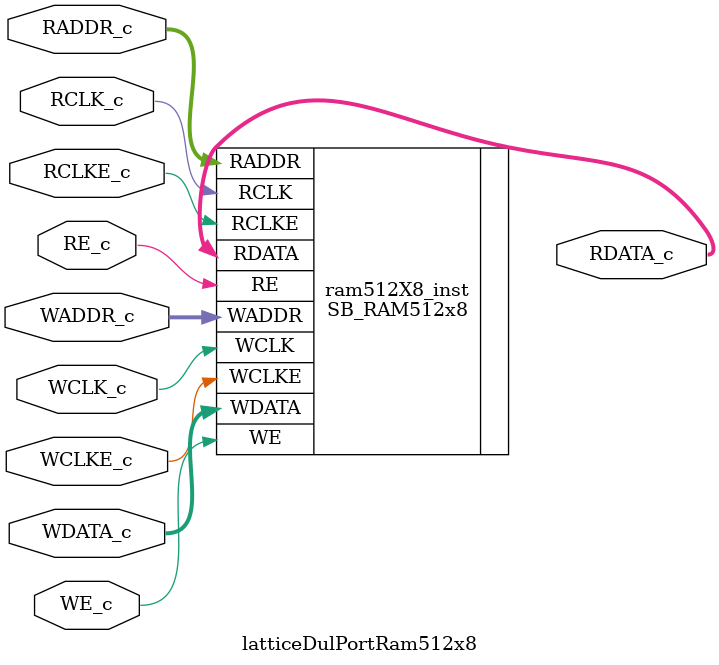
<source format=v>


module vbuf(
input  wire reset /*synthesis syn_useioff = 0 */,          
input  wire vram_clk ,       

input  wire [7:0] data_in /* synthesis syn_force_pads=0 syn_noprune=1*/,  
input  wire data_in_rdy ,    

input  wire use_7_segment_code,
input  wire [6:0] segment1,
input  wire [6:0] segment2,
input  wire [6:0] segment3,
input  wire [6:0] segment4,
input  wire       dot_on,
input  wire       alarm_on,

input  wire enable_pulling_mode,  //1: calling module pull data, data_sink_busy becomes pull_strobe
input  wire data_sink_busy,       //0: vbug push data to calling module, data_sink_buy is busy signal 
input  wire cont_write_en,        //1: calling module will write multiple bytes of data in one data_in_rdy strobe
                                  //0: calling module will not write multiple bytes of data in one rdy strobe and could
								  //   generate a long strobe

output wire [7:0] data_out , 
output wire data_out_rdy
) ;

`define USE_USER_LIB

//@96MHz & 921600 baud, each byte (8 + 2 stop + 1 start) need 1045.83 cycles to go through UART
//@48MHz & 460800 baud, each byte also need 1045.83 cycles
//@24MHz & 230400 baud, each byte also need 1045.83 cycles
//@12MHz & 115200 baud, each byte also need 1045.83 cycles
parameter CLKFREQ  = 12000000;    // frequency of incoming signal 'clk'
parameter BAUD     =  115200;
`define BITS_PER_BYTE 11  //1 start, 2 stop bits
`define PAD_CYCLES    60
localparam CYCLES_PER_BYTE = ((CLKFREQ / BAUD) * `BITS_PER_BYTE) + `PAD_CYCLES; //11'd1100; //11'd1050; 
localparam COUNT_WIDTH = $clog2(CYCLES_PER_BYTE);

//parameter for display
localparam BYTES_PER_RAW = 32;
localparam RAWS_4_USER = 2;
localparam RAWS_4_CLK = 14;
localparam LAST_BYTES_4_USER  = (RAWS_4_USER*BYTES_PER_RAW - 1);               //user can input 64 bytes
localparam LAST_BYTES_4_CLK = ((RAWS_4_CLK + RAWS_4_USER)* BYTES_PER_RAW - 1); //64 - 511 is for displaying clk

//----- Read Port: hold read data that is read from sb_ram
reg [8:0] r_addr;       // local FF
wire [8:0] r_addr_wire; // output to SRAM module
assign r_addr_wire [8:0] = r_addr [8:0];

reg [7:0] r_data_reg;   // local FF
wire [7:0] r_data_wire; // input from SRAM module
assign data_out[7:0] = r_data_reg [7:0];

wire r_clk_en;
assign data_out_rdy = r_clk_en;


//------------------- use read strobe ---------------------------------------------

//------------------- use internal clock divider to slow down the read -------------------
// control the read operation
reg [COUNT_WIDTH-1:0] l_count;  

`ifdef USE_USER_LIB
wire [COUNT_WIDTH-1:0] l_count_next;
defparam vbuf_count.N = COUNT_WIDTH;
N_bit_counter vbuf_count(
.result (l_count_next[COUNT_WIDTH-1:0])    , // Output
.r1 (l_count[COUNT_WIDTH-1:0])             , // input
.up (1'b1)
);
`else   // ~USE_USER_LIB
wire [COUNT_WIDTH-1:0] l_count_next = l_count +1;
`endif

//generate signal for reading 1-byte from the read port
localparam l_count_reset    =  CYCLES_PER_BYTE;
localparam l_count_init     = {COUNT_WIDTH{1'b0}};

//-------  update r_addr @ the falling edge of vram_rd_clk 
`ifdef USE_USER_LIB
wire [8:0] o_adder_vbuf_r_addr;
defparam vbuf_raddr.N = 9;
N_bit_counter vbuf_raddr(
.result (o_adder_vbuf_r_addr)     , // Output
.r1 (r_addr)                      , // input
.up (1'b1)
);
`endif // USE_USER_LIB

`ifdef USE_USER_LIB
wire [8:0] r_addr_next = o_adder_vbuf_r_addr;  
`else
wire [8:0] r_addr_next = r_addr + 1;  
`endif

assign r_clk_en = (~|(l_count ^ l_count_reset)) & (~data_sink_busy);
always @(posedge vram_clk) begin
    if(reset) begin
        l_count    <= l_count_init;
        r_addr     <= 9'h000;
        r_data_reg <= 8'h00;
    end
    else begin
        case ({~|(l_count ^ l_count_reset), data_sink_busy})
            {1'b1, 1'b1} : begin
                r_addr     <= r_addr;
                r_data_reg <= r_data_reg;
 			    l_count[COUNT_WIDTH-1:0] <= {COUNT_WIDTH{1'b0}};
            end
	        {1'b1, 1'b0} : begin
                r_addr     <= r_addr_next;
                r_data_reg <= r_data_wire;
			    l_count[COUNT_WIDTH-1:0] <= {COUNT_WIDTH{1'b0}};
            end
		    default: begin
                r_addr     <= r_addr;
                l_count    <= l_count_next; 
                r_data_reg <= r_data_reg;
		    end
        endcase 

    end
end

//---------- end of read port


//---------- write port ------------------------------------------------------------
//wire vram_wr_clk;
//assign vram_wr_clk = vram_clk; //l_count[3];
// address -- address 0-63 for user input
//                    64 - 509 for displying clk
reg       w_user_data_rdy;
reg [7:0] w_user_data_in;
reg       w_user_cr;
reg       w_user_lf;

reg [8:0] w_addr_user, w_addr_displaying;
wire [7:0] w_data_user = w_user_data_in[7:0];

always @ *//(posedge vram_clk)
begin
        w_user_cr = (~|(data_in ^ 8'h0D));
        w_user_lf = (~|(data_in ^ 8'h0A));
        w_user_data_rdy = (w_user_cr|w_user_cr)? 0 : data_in_rdy;
        w_user_data_in = data_in;
end

// bitmap [(512-64):0] for displaying clock
//`define BUFFER_BITMAP
`ifdef BUFFER_BITMAP
reg [BYTES_PER_RAW*RAWS_4_CLK-1:0] bitmap;
`else
wire [BYTES_PER_RAW*RAWS_4_CLK-1:0] bitmap;
//a
assign bitmap[ 37: 34] = {segment4[0], segment4[0], segment4[0], segment4[0]}; //(segment4[0])? 4'hf: 4'h0;	
assign bitmap[ 43: 40] = {segment3[0], segment3[0], segment3[0], segment3[0]}; //(segment3[0])? 4'hf: 4'h0; 
assign bitmap[ 55: 52] = {segment2[0], segment2[0], segment2[0], segment2[0]}; //(segment2[0])? 4'hf: 4'h0; 	
assign bitmap[ 61: 58] = {segment1[0], segment1[0], segment1[0], segment1[0]}; //(segment1[0])? 4'hf: 4'h0;	
        
//f
assign bitmap[ 66] = segment4[5]; //(segment4[5])? 1'b1: 1'b0;	
assign bitmap[ 98] = segment4[5]; //(segment4[5])? 1'b1: 1'b0;	
assign bitmap[130] = segment4[5]; //(segment4[5])? 1'b1: 1'b0;	

assign bitmap[ 72] = segment3[5]; //(segment3[5])? 1'b1: 1'b0;	
assign bitmap[104] = segment3[5]; //(segment3[5])? 1'b1: 1'b0;	
assign bitmap[136] = segment3[5]; //(segment3[5])? 1'b1: 1'b0;	
		
assign bitmap[ 84] = segment2[5]; //(segment2[5])? 1'b1: 1'b0;	
assign bitmap[116] = segment2[5]; //(segment2[5])? 1'b1: 1'b0;	
assign bitmap[148] = segment2[5]; //(segment2[5])? 1'b1: 1'b0;	
		
assign bitmap[ 90] = segment1[5]; //(segment1[5])? 1'b1: 1'b0;	
assign bitmap[122] = segment1[5]; //(segment1[5])? 1'b1: 1'b0;	
assign bitmap[154] = segment1[5]; //(segment1[5])? 1'b1: 1'b0;	

//e
assign bitmap[194] = segment4[4]; //(segment4[4])? 1'b1: 1'b0;	
assign bitmap[226] = segment4[4]; //(segment4[4])? 1'b1: 1'b0;	
assign bitmap[258] = segment4[4]; //(segment4[4])? 1'b1: 1'b0;	

assign bitmap[200] = segment3[4]; //(segment3[4])? 1'b1: 1'b0;	
assign bitmap[232] = segment3[4]; //(segment3[4])? 1'b1: 1'b0;	
assign bitmap[264] = segment3[4]; //(segment3[4])? 1'b1: 1'b0;	
		
assign bitmap[212] = segment2[4]; //(segment2[4])? 1'b1: 1'b0;	
assign bitmap[244] = segment2[4]; //(segment2[4])? 1'b1: 1'b0;	
assign bitmap[276] = segment2[4]; //(segment2[4])? 1'b1: 1'b0;	
		
assign bitmap[218] = segment1[4]; //(segment1[4])? 1'b1: 1'b0;	
assign bitmap[250] = segment1[4]; //(segment1[4])? 1'b1: 1'b0;	
assign bitmap[282] = segment1[4]; //(segment1[4])? 1'b1: 1'b0;	
		
//d
assign bitmap[293:290] = {segment4[3], segment4[3], segment4[3], segment4[3]};//(segment4[3])? 4'hf: 4'h0;	
assign bitmap[299:296] = {segment3[3], segment3[3], segment3[3], segment3[3]};//(segment3[3])? 4'hf: 4'h0; 
assign bitmap[311:308] = {segment2[3], segment2[3], segment2[3], segment2[3]};//(segment2[3])? 4'hf: 4'h0; 	
assign bitmap[317:314] = {segment1[3], segment1[3], segment1[3], segment1[3]};//(segment1[3])? 4'hf: 4'h0;	

//c
assign bitmap[197] = segment4[2]; //(segment4[2])? 1'b1: 1'b0;	
assign bitmap[229] = segment4[2]; //(segment4[2])? 1'b1: 1'b0;	
assign bitmap[261] = segment4[2]; //(segment4[2])? 1'b1: 1'b0;	

assign bitmap[203] = segment3[2]; //(segment3[2])? 1'b1: 1'b0;	
assign bitmap[235] = segment3[2]; //(segment3[2])? 1'b1: 1'b0;	
assign bitmap[267] = segment3[2]; //(segment3[2])? 1'b1: 1'b0;	
		
assign bitmap[215] = segment2[2]; //(segment2[2])? 1'b1: 1'b0;	
assign bitmap[247] = segment2[2]; //(segment2[2])? 1'b1: 1'b0;	
assign bitmap[279] = segment2[2]; //(segment2[2])? 1'b1: 1'b0;	
		
assign bitmap[221] = segment1[2]; //(segment1[2])? 1'b1: 1'b0;	
assign bitmap[253] = segment1[2]; //(segment1[2])? 1'b1: 1'b0;	
assign bitmap[285] = segment1[2]; //(segment1[2])? 1'b1: 1'b0;	
		
//b
assign bitmap[ 69] = segment4[1]; //(segment4[1])? 1'b1: 1'b0;	
assign bitmap[101] = segment4[1]; //(segment4[1])? 1'b1: 1'b0;	
assign bitmap[133] = segment4[1]; //(segment4[1])? 1'b1: 1'b0;	
		
assign bitmap[ 75] = segment3[1]; //(segment3[1])? 1'b1: 1'b0;	
assign bitmap[107] = segment3[1]; //(segment3[1])? 1'b1: 1'b0;	
assign bitmap[139] = segment3[1]; //(segment3[1])? 1'b1: 1'b0;	
		
assign bitmap[ 87] = segment2[1]; //(segment2[1])? 1'b1: 1'b0;	
assign bitmap[119] = segment2[1]; //(segment2[1])? 1'b1: 1'b0;	
assign bitmap[151] = segment2[1]; //(segment2[1])? 1'b1: 1'b0;	
		
assign bitmap[ 93] = segment1[1]; //(segment1[1])? 1'b1: 1'b0;	
assign bitmap[125] = segment1[1]; //(segment1[1])? 1'b1: 1'b0;	
assign bitmap[157] = segment1[1]; //(segment1[1])? 1'b1: 1'b0;	

		
//g
assign bitmap[165:162] = {segment4[6], segment4[6], segment4[6], segment4[6]}; //(segment4[6])? 4'hf: 4'h0;	
assign bitmap[171:168] = {segment3[6], segment3[6], segment3[6], segment3[6]}; //(segment3[6])? 4'hf: 4'h0; 	
assign bitmap[183:180] = {segment2[6], segment2[6], segment2[6], segment2[6]}; //(segment2[6])? 4'hf: 4'h0; 	
assign bitmap[189:186] = {segment1[6], segment1[6], segment1[6], segment1[6]}; //(segment1[6])? 4'hf: 4'h0;	
		
//dot_on
assign bitmap[112:111] = {dot_on, dot_on}; //(dot_on)? 2'b11: 2'b00;	
assign bitmap[144:143] = {dot_on, dot_on}; //(dot_on)? 2'b11: 2'b00;	
assign bitmap[208:207] = {dot_on, dot_on}; //(dot_on)? 2'b11: 2'b00;	
assign bitmap[240:239] = {dot_on, dot_on}; //(dot_on)? 2'b11: 2'b00;	
`endif

wire [7:0] w_data_displaying;
wire [8:0] w_bitmap_indx;
assign w_bitmap_indx = w_addr_displaying - 9'd64;
assign w_data_displaying[7:0] = (w_addr_displaying == 511)? 8'h48 :
                                (w_addr_displaying == 510)? 8'h5b :
                                (w_addr_displaying == 509)?  8'h1b:
                                (bitmap[w_bitmap_indx]) ? 8'h2a : 8'h20;             


// wr_en starts from the negtive edge of vram_clk
// and is held till w_user_data_rdy goes down
reg [1:0]   vram_wr_tap_4_user;
wire        vram_wr_4_user_en;
assign vram_wr_4_user_en = w_user_data_rdy;//TST & ((~vram_clk) | vram_wr_tap_4_user[0]); // start from negative edge 

wire        vram_wr_4_clk_en;
assign vram_wr_4_clk_en = (use_7_segment_code) & (~vram_clk); // start from negative edge 

`ifdef USE_USER_LIB
wire [8:0] o_adder_vbuf_w_addr_user;
defparam vbuf_w_addr_user.N = 9;
N_bit_counter vbuf_w_addr_user(
.result (o_adder_vbuf_w_addr_user)     , // Output of the adder
.r1 (w_addr_user)                      , // first input
.up (1'b1)
);

wire [8:0] o_adder_vbuf_w_addr_displaying;
defparam vbuf_w_addr_displaying.N = 9;
N_bit_counter vbuf_w_addr_displaying(
.result (o_adder_vbuf_w_addr_displaying)     , // Output
.r1 (w_addr_displaying)                      , // input
.up (1'b1)
);
`endif //USE_USER_LIB

wire det_rdy_edge = (cont_write_en)? w_user_data_rdy: (vram_wr_tap_4_user[0] & ~vram_wr_tap_4_user[1]);
wire not_special_char = ~(w_user_cr | w_user_lf);

 always @(negedge vram_clk) begin
    if(reset) begin
        w_addr_user <= 9'h000;
        w_addr_displaying <= 9'd64;
        vram_wr_tap_4_user[1:0] <= 2'b00;
        
`ifdef BUFFER_BITMAP
        bitmap[ 31:  0] <= 32'h00000000;
        bitmap[ 63: 32] <= 32'h00000000;//32'h3cf00f3c;
        bitmap[ 95: 64] <= 32'h00000000;//32'h24900924;
        bitmap[127: 96] <= 32'h00000000;//32'h24918924;
        bitmap[159:128] <= 32'h00000000;//32'h24918924;
        bitmap[191:160] <= 32'h00000000;//32'h3cf00f3c;
        bitmap[223:192] <= 32'h00000000;//32'h24918924;
        bitmap[255:224] <= 32'h00000000;//32'h24918924;
        bitmap[287:256] <= 32'h00000000;//32'h24900924;
        bitmap[319:288] <= 32'h00000000;//32'h3cf00f3c;
        bitmap[351:320] <= 32'h00000000;
        bitmap[383:352] <= 32'h00000000;
        bitmap[415:384] <= 32'h00000000;
        bitmap[447:416] <= 32'h00000000;
`endif

    end
    else begin
       vram_wr_tap_4_user[1:0] <= {vram_wr_tap_4_user[0], w_user_data_rdy};
		
       w_addr_user <= ((use_7_segment_code) & (w_addr_user == LAST_BYTES_4_USER+1))? 0 : 

`ifdef USE_USER_LIB
                        (det_rdy_edge & not_special_char)? o_adder_vbuf_w_addr_user : //w_addr_user + 1 :
`else
                        (det_rdy_edge & not_special_char)? w_addr_user + 1 :
`endif
                      (w_user_cr) ?  9'h000:
                      (w_user_lf) ?  9'h000:
                      w_addr_user;
						
        // this 9-bit adder has the shortest time to finish.  can only operate at 48MHz using the ripple carry adder
        w_addr_displaying  <= (w_addr_displaying == LAST_BYTES_4_CLK)? 9'd64 :
`ifdef USE_USER_LIB
                                  (~vram_wr_4_user_en & use_7_segment_code)? o_adder_vbuf_w_addr_displaying[8:0] :  //w_addr_displaying + 1: //
`else
                                  (~vram_wr_4_user_en & use_7_segment_code)? w_addr_displaying + 1: //
`endif
                                                                             w_addr_displaying;
		
`ifdef BUFFER_BITMAP
        //a
        bitmap[ 37: 34] <= (segment4[0])? 4'hf: 4'h0;	

        bitmap[ 43: 40] <= (segment3[0])? 4'hf: 4'h0; 
		
        bitmap[ 55: 52] <= (segment2[0])? 4'hf: 4'h0; 	
		
        bitmap[ 61: 58] <= (segment1[0])? 4'hf: 4'h0;	
        
		//f
        bitmap[ 66] <= (segment4[5])? 1'b1: 1'b0;	
        bitmap[ 98] <= (segment4[5])? 1'b1: 1'b0;	
        bitmap[130] <= (segment4[5])? 1'b1: 1'b0;	

        bitmap[ 72] <= (segment3[5])? 1'b1: 1'b0;	
        bitmap[104] <= (segment3[5])? 1'b1: 1'b0;	
        bitmap[136] <= (segment3[5])? 1'b1: 1'b0;	
		
        bitmap[ 84] <= (segment2[5])? 1'b1: 1'b0;	
        bitmap[116] <= (segment2[5])? 1'b1: 1'b0;	
        bitmap[148] <= (segment2[5])? 1'b1: 1'b0;	
		
        bitmap[ 90] <= (segment1[5])? 1'b1: 1'b0;	
        bitmap[122] <= (segment1[5])? 1'b1: 1'b0;	
        bitmap[154] <= (segment1[5])? 1'b1: 1'b0;	

		//e
        bitmap[194] <= (segment4[4])? 1'b1: 1'b0;	
        bitmap[226] <= (segment4[4])? 1'b1: 1'b0;	
        bitmap[258] <= (segment4[4])? 1'b1: 1'b0;	

        bitmap[200] <= (segment3[4])? 1'b1: 1'b0;	
        bitmap[232] <= (segment3[4])? 1'b1: 1'b0;	
        bitmap[264] <= (segment3[4])? 1'b1: 1'b0;	
		
        bitmap[212] <= (segment2[4])? 1'b1: 1'b0;	
        bitmap[244] <= (segment2[4])? 1'b1: 1'b0;	
        bitmap[276] <= (segment2[4])? 1'b1: 1'b0;	
		
        bitmap[218] <= (segment1[4])? 1'b1: 1'b0;	
        bitmap[250] <= (segment1[4])? 1'b1: 1'b0;	
        bitmap[282] <= (segment1[4])? 1'b1: 1'b0;	
		
        //d
        bitmap[293:290] <= (segment4[3])? 4'hf: 4'h0;	

        bitmap[299:296] <= (segment3[3])? 4'hf: 4'h0; 
		
        bitmap[311:308] <= (segment2[3])? 4'hf: 4'h0; 	
		
        bitmap[317:314] <= (segment1[3])? 4'hf: 4'h0;	

		//c
        bitmap[197] <= (segment4[2])? 1'b1: 1'b0;	
        bitmap[229] <= (segment4[2])? 1'b1: 1'b0;	
        bitmap[261] <= (segment4[2])? 1'b1: 1'b0;	

        bitmap[203] <= (segment3[2])? 1'b1: 1'b0;	
        bitmap[235] <= (segment3[2])? 1'b1: 1'b0;	
        bitmap[267] <= (segment3[2])? 1'b1: 1'b0;	
		
        bitmap[215] <= (segment2[2])? 1'b1: 1'b0;	
        bitmap[247] <= (segment2[2])? 1'b1: 1'b0;	
        bitmap[279] <= (segment2[2])? 1'b1: 1'b0;	
		
        bitmap[221] <= (segment1[2])? 1'b1: 1'b0;	
        bitmap[253] <= (segment1[2])? 1'b1: 1'b0;	
        bitmap[285] <= (segment1[2])? 1'b1: 1'b0;	
		
		//b
        bitmap[ 69] <= (segment4[1])? 1'b1: 1'b0;	
        bitmap[101] <= (segment4[1])? 1'b1: 1'b0;	
        bitmap[133] <= (segment4[1])? 1'b1: 1'b0;	
		
        bitmap[ 75] <= (segment3[1])? 1'b1: 1'b0;	
        bitmap[107] <= (segment3[1])? 1'b1: 1'b0;	
        bitmap[139] <= (segment3[1])? 1'b1: 1'b0;	
		
        bitmap[ 87] <= (segment2[1])? 1'b1: 1'b0;	
        bitmap[119] <= (segment2[1])? 1'b1: 1'b0;	
        bitmap[151] <= (segment2[1])? 1'b1: 1'b0;	
		
        bitmap[ 93] <= (segment1[1])? 1'b1: 1'b0;	
        bitmap[125] <= (segment1[1])? 1'b1: 1'b0;	
        bitmap[157] <= (segment1[1])? 1'b1: 1'b0;	

		
        //g
		bitmap[165:162] <= (segment4[6])? 4'hf: 4'h0;	

        bitmap[171:168] <= (segment3[6])? 4'hf: 4'h0; 	
		
        bitmap[183:180] <= (segment2[6])? 4'hf: 4'h0; 	
 		
        bitmap[189:186] <= (segment1[6])? 4'hf: 4'h0;	
		
		//dot_on
        bitmap[112:111] <= (dot_on)? 2'b11: 2'b00;	
        bitmap[144:143] <= (dot_on)? 2'b11: 2'b00;	
        bitmap[208:207] <= (dot_on)? 2'b11: 2'b00;	
        bitmap[240:239] <= (dot_on)? 2'b11: 2'b00;	
`endif
	
	end

end

wire vram_wr_en;
assign vram_wr_en = vram_wr_4_user_en | vram_wr_4_clk_en;
wire [8:0] w_addr; 
assign w_addr[8:0] = (vram_wr_4_user_en)? w_addr_user [8:0] : w_addr_displaying[8:0];
wire [7:0] w_data;
assign w_data [7:0] = (vram_wr_4_user_en)? w_data_user[7:0] : w_data_displaying[7:0];
 
latticeDulPortRam512x8 mem0(
.RDATA_c(r_data_wire[7:0]),  //7:0
.RADDR_c(r_addr_wire[8:0]),  //8:0
.RCLK_c(vram_clk),        
.RCLKE_c(r_clk_en),
.RE_c(r_clk_en),

.WADDR_c(w_addr[8:0]),
.WCLK_c (vram_clk), 
.WCLKE_c(vram_wr_en),
.WDATA_c(w_data[7:0]),
.WE_c (vram_wr_en)
);
endmodule

//--------------------------------
module latticeDulPortRam512x8(
output wire [7:0] RDATA_c,
input wire [8:0] RADDR_c,
input wire RCLK_c,
input wire RCLKE_c,
input wire RE_c,


input wire [8:0] WADDR_c,
input wire WCLK_c,
input wire WCLKE_c,
input wire [7:0] WDATA_c,
input wire WE_c
);

SB_RAM512x8 #(
//`define TEST_PAINT_SB_RAM
`ifdef TEST_PAINT_SB_RAM
.INIT_0 (256'h2020202020202020202020202020202020202020202020202020202020202020),
.INIT_1 (256'h2020202020202020202020202020202020202020202020202020202020202020),
.INIT_2 (256'h2020202020202020202020202020202020202020202020202020202020202020),
.INIT_3 (256'h2020202020202020202020202020202020202020202020202020202020202020),
.INIT_4 (256'h20202a2a2a2a20202a2a2a2a20202020202020202a2a2a2a20202a2a2a2a2020),
.INIT_5 (256'h20202a20202a20202a20202a20202020202020202a20202a20202a20202a2020),
.INIT_6 (256'h20202a20202a20202a20202a2020202a2a2020202a20202a20202a20202a2020),
.INIT_7 (256'h20202a20202a20202a20202a2020202a2a2020202a20202a20202a20202a2020),
.INIT_8 (256'h20202a2a2a2a20202a2a2a2a20202020202020202a2a2a2a20202a2a2a2a2020),
.INIT_9 (256'h20202a20202a20202a20202a20202020202020202a20202a20202a20202a2020),
.INIT_A (256'h20202a20202a20202a20202a2020202a2a2020202a20202a20202a20202a2020),
.INIT_B (256'h20202a20202a20202a20202a2020202a2a2020202a20202a20202a20202a2020),
.INIT_C (256'h20202a2a2a2a20202a2a2a2a20202020202020202a2a2a2a20202a2a2a2a2020),
.INIT_D (256'h2020202020202020202020202020202020202020202020202020202020202020),
.INIT_E (256'h2020202020202020202020202020202020202020202020202020202020202020),
.INIT_F (256'h485b1b2020202020202020202020202020202020202020202020202020202020)
`else
.INIT_0 (256'h2020202020202020202020202020202020202020202020202020202020202020),
.INIT_1 (256'h2020202020202020202020202020202020202020202020202020202020202020),
.INIT_2 (256'h2020202020202020202020202020202020202020202020202020202020202020),
.INIT_3 (256'h2020202020202020202020202020202020202020202020202020202020202020),
.INIT_4 (256'h2020202020202020202020202020202020202020202020202020202020202020),
.INIT_5 (256'h2020202020202020202020202020202020202020202020202020202020202020),
.INIT_6 (256'h2020202020202020202020202020202020202020202020202020202020202020),
.INIT_7 (256'h2020202020202020202020202020202020202020202020202020202020202020),
.INIT_8 (256'h2020202020202020202020202020202020202020202020202020202020202020),
.INIT_9 (256'h2020202020202020202020202020202020202020202020202020202020202020),
.INIT_A (256'h2020202020202020202020202020202020202020202020202020202020202020),
.INIT_B (256'h2020202020202020202020202020202020202020202020202020202020202020),
.INIT_C (256'h2020202020202020202020202020202020202020202020202020202020202020),
.INIT_D (256'h2020202020202020202020202020202020202020202020202020202020202020),
.INIT_E (256'h2020202020202020202020202020202020202020202020202020202020202020),
.INIT_F (256'h2020202020202020202020202020202020202020202020202020202020202020)
`endif
) 
ram512X8_inst (
.RADDR(RADDR_c),
.RCLK(RCLK_c),
.RCLKE(RCLKE_c),
.RDATA(RDATA_c), 
.RE(RE_c),

.WADDR(WADDR_c),
.WCLK(WCLK_c),
.WCLKE(WCLKE_c),
.WDATA(WDATA_c),
.WE(WE_c)
)/* synthesis syn_noprune=1 */;

endmodule


</source>
